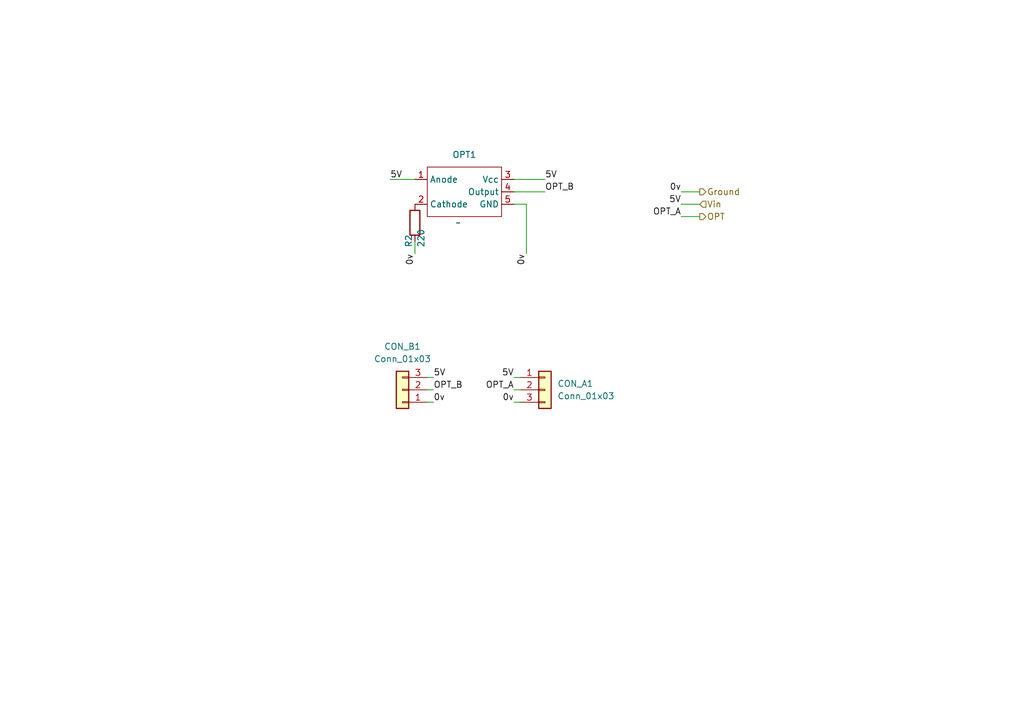
<source format=kicad_sch>
(kicad_sch (version 20230121) (generator eeschema)
  (paper "A5")
  (lib_symbols
    (symbol "Connector_Generic:Conn_01x03" (pin_names (offset 1.016) hide)
      (property "Reference" "J" (at 0 5.08 0))
      (property "Value" "Conn_01x03" (at 0 -5.08 0))
      (symbol "Conn_01x03_1_1"
        (rectangle (start -1.27 -2.413) (end 0 -2.667) (stroke (width 0.1524)))
        (rectangle (start -1.27 0.127) (end 0 -0.127) (stroke (width 0.1524)))
        (rectangle (start -1.27 2.667) (end 0 2.413) (stroke (width 0.1524)))
        (rectangle (start -1.27 3.81) (end 1.27 -3.81) (stroke (width 0.254)) (fill (type background)))
        (pin passive line (at -5.08 2.54 0) (length 3.81) (name "Pin_1") (number "1"))
        (pin passive line (at -5.08 0 0) (length 3.81) (name "Pin_2") (number "2"))
        (pin passive line (at -5.08 -2.54 0) (length 3.81) (name "Pin_3") (number "3"))
      )
    )
    (symbol "Device:R" (pin_numbers hide) (pin_names (offset 0))
      (property "Reference" "R" (at 2.032 0 90))
      (property "Value" "R" (at 0 0 90))
      (symbol "R_0_1"
        (rectangle (start -1.016 -2.54) (end 1.016 2.54) (stroke (width 0.254)))
      )
      (symbol "R_1_1"
        (pin passive line (at 0 3.81 270) (length 1.27) (name "~") (number "1"))
        (pin passive line (at 0 -3.81 90) (length 1.27) (name "~") (number "2"))
      )
    )
    (symbol "OPB971N51:OPB971N51"
      (property "Reference" "U" (at 0 3.81 0))
      (symbol "OPB971N51_0_1"
        (rectangle (start -7.62 5.08) (end 7.62 -5.08))
      )
      (symbol "OPB971N51_1_1"
        (pin input line (at -10.16 2.54 0) (length 2.54) (name "Anode") (number "1"))
        (pin input line (at -10.16 -2.54 0) (length 2.54) (name "Cathode") (number "2"))
        (pin input line (at 10.16 2.54 180) (length 2.54) (name "Vcc") (number "3"))
        (pin output line (at 10.16 0 180) (length 2.54) (name "Output") (number "4"))
        (pin output line (at 10.16 -2.54 180) (length 2.54) (name "GND") (number "5"))
      )
    )
  )
  (wire (pts (xy 85.09 52.07) (xy 85.09 49.53)))
  (wire (pts (xy 87.63 80.01) (xy 88.9 80.01)))
  (wire (pts (xy 87.63 82.55) (xy 88.9 82.55)))
  (wire (pts (xy 105.41 39.37) (xy 111.76 39.37)))
  (wire (pts (xy 105.41 36.83) (xy 111.76 36.83)))
  (wire (pts (xy 105.41 77.47) (xy 106.68 77.47)))
  (wire (pts (xy 139.7 44.45) (xy 143.51 44.45)))
  (wire (pts (xy 107.95 41.91) (xy 107.95 52.07)))
  (wire (pts (xy 105.41 80.01) (xy 106.68 80.01)))
  (wire (pts (xy 139.7 39.37) (xy 143.51 39.37)))
  (wire (pts (xy 87.63 77.47) (xy 88.9 77.47)))
  (wire (pts (xy 139.7 41.91) (xy 143.51 41.91)))
  (wire (pts (xy 80.01 36.83) (xy 85.09 36.83)))
  (wire (pts (xy 105.41 41.91) (xy 107.95 41.91)))
  (wire (pts (xy 105.41 82.55) (xy 106.68 82.55)))
  (label "0v" (at 105.41 82.55 180))
  (label "OPT_B" (at 111.76 39.37 0))
  (label "OPT_A" (at 105.41 80.01 180))
  (label "5V" (at 111.76 36.83 0))
  (label "5V" (at 88.9 77.47 0))
  (label "5V" (at 139.7 41.91 180))
  (label "0v" (at 88.9 82.55 0))
  (label "OPT_B" (at 88.9 80.01 0))
  (label "5V" (at 105.41 77.47 180))
  (label "OPT_A" (at 139.7 44.45 180))
  (label "0v" (at 107.95 52.07 270))
  (label "5V" (at 80.01 36.83 0))
  (label "0v" (at 139.7 39.37 180))
  (label "0v" (at 85.09 52.07 270))
  (hierarchical_label "Ground" (shape output) (at 143.51 39.37 0))
  (hierarchical_label "OPT" (shape output) (at 143.51 44.45 0))
  (hierarchical_label "Vin" (shape input) (at 143.51 41.91 0))
  (symbol (lib_id "Device:R") (at 85.09 45.72 0) (unit 1)
    (property "Reference" "R2" (at 83.82 50.8 90) (effects (justify left)))
    (property "Value" "220" (at 86.36 50.8 90) (effects (justify left)))
    (property "Footprint" "Resistor_SMD:R_0402_1005Metric" (effects hide))
  )
  (symbol (lib_id "Connector_Generic:Conn_01x03") (at 111.76 80.01 0) (unit 1)
    (property "Reference" "CON_A1" (at 114.3 78.74 0) (effects (justify left)))
    (property "Value" "Conn_01x03" (at 114.3 81.28 0) (effects (justify left)))
    (property "Footprint" "Connector_PinHeader_2.54mm:PinHeader_1x03_P2.54mm_Vertical" (effects hide))
  )
  (symbol (lib_id "OPB971N51:OPB971N51") (at 95.25 39.37 0) (unit 1)
    (property "Reference" "OPT1" (at 95.25 31.75 0))
    (property "Value" "~" (at 93.98 45.72 0))
    (property "Footprint" "OPB971N51:OPB971N51" (effects hide))
  )
  (symbol (lib_id "Connector_Generic:Conn_01x03") (at 82.55 80.01 180) (unit 1)
    (property "Reference" "CON_B1" (at 82.55 71.12 0))
    (property "Value" "Conn_01x03" (at 82.55 73.66 0))
    (property "Footprint" "Connector_PinHeader_2.54mm:PinHeader_1x03_P2.54mm_Vertical" (effects hide))
  )
)
</source>
